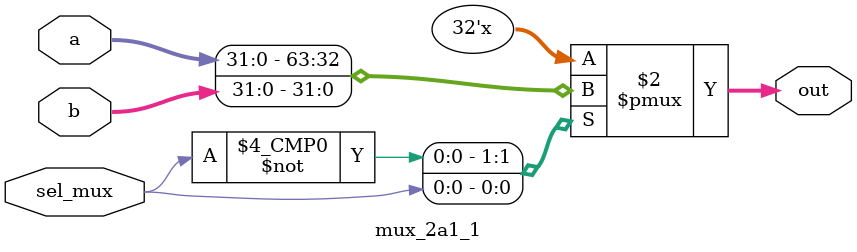
<source format=v>
`timescale 1ns / 1ps

module mux_2a1_1 #(parameter D_ALU = 1'b0, D_RAM = 1'b1
                )(
                input [31:0] a, b,
                input sel_mux,
                output reg [31:0] out
                );
           
    always @(*) begin
        case (sel_mux)
            D_ALU : out <= a;
            D_RAM : out <= b;
        endcase
    end
endmodule
</source>
